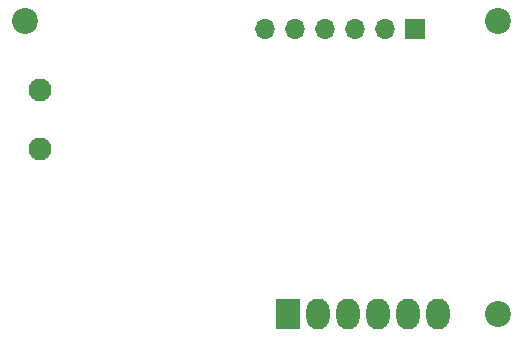
<source format=gbr>
G04 #@! TF.FileFunction,Soldermask,Bot*
%FSLAX46Y46*%
G04 Gerber Fmt 4.6, Leading zero omitted, Abs format (unit mm)*
G04 Created by KiCad (PCBNEW 4.0.1-stable) date 5/23/2018 12:30:50 PM*
%MOMM*%
G01*
G04 APERTURE LIST*
%ADD10C,0.100000*%
%ADD11R,1.700000X1.700000*%
%ADD12O,1.700000X1.700000*%
%ADD13C,2.200000*%
%ADD14R,2.000000X2.600000*%
%ADD15O,2.000000X2.600000*%
%ADD16C,1.950000*%
G04 APERTURE END LIST*
D10*
D11*
X148590000Y-95250000D03*
D12*
X146050000Y-95250000D03*
X143510000Y-95250000D03*
X140970000Y-95250000D03*
X138430000Y-95250000D03*
X135890000Y-95250000D03*
D13*
X155575000Y-119380000D03*
X155575000Y-94615000D03*
D14*
X137795000Y-119380000D03*
D15*
X140335000Y-119380000D03*
X142875000Y-119380000D03*
X145415000Y-119380000D03*
X147955000Y-119380000D03*
X150495000Y-119380000D03*
D16*
X116840000Y-105410000D03*
X116840000Y-100410000D03*
D13*
X115570000Y-94615000D03*
M02*

</source>
